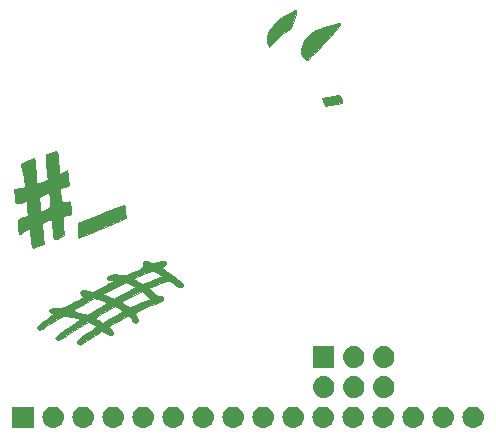
<source format=gts>
G04 #@! TF.GenerationSoftware,KiCad,Pcbnew,(5.1.2)-1*
G04 #@! TF.CreationDate,2019-07-09T23:17:51-04:00*
G04 #@! TF.ProjectId,SPIvSPI_SAO_White,53504976-5350-4495-9f53-414f5f576869,0*
G04 #@! TF.SameCoordinates,PX90f5600PY584f6c0*
G04 #@! TF.FileFunction,Soldermask,Top*
G04 #@! TF.FilePolarity,Negative*
%FSLAX46Y46*%
G04 Gerber Fmt 4.6, Leading zero omitted, Abs format (unit mm)*
G04 Created by KiCad (PCBNEW (5.1.2)-1) date 2019-07-09 23:17:51*
%MOMM*%
%LPD*%
G04 APERTURE LIST*
%ADD10C,0.100000*%
%ADD11C,0.010000*%
G04 APERTURE END LIST*
D10*
G36*
X7920000Y9980000D02*
G01*
X7990000Y9710000D01*
X7980000Y9450000D01*
X6500000Y9200000D01*
X6300000Y9850000D01*
X7750000Y10100000D01*
X7920000Y9980000D01*
G37*
X7920000Y9980000D02*
X7990000Y9710000D01*
X7980000Y9450000D01*
X6500000Y9200000D01*
X6300000Y9850000D01*
X7750000Y10100000D01*
X7920000Y9980000D01*
D11*
G36*
X4115094Y17306295D02*
G01*
X4110309Y17209881D01*
X4056232Y16991230D01*
X3962756Y16686762D01*
X3884450Y16456967D01*
X3748867Y16086156D01*
X3643654Y15843534D01*
X3548284Y15695788D01*
X3442229Y15609606D01*
X3332613Y15561407D01*
X3159539Y15458827D01*
X2913173Y15262145D01*
X2632481Y15004033D01*
X2461875Y14831248D01*
X2208674Y14568482D01*
X2000024Y14359059D01*
X1862117Y14228848D01*
X1821388Y14198667D01*
X1755308Y14263335D01*
X1694146Y14362434D01*
X1604695Y14701111D01*
X1650784Y15098451D01*
X1821520Y15528080D01*
X2106012Y15963623D01*
X2493369Y16378702D01*
X2546226Y16425865D01*
X2795901Y16622375D01*
X3095083Y16825682D01*
X3408913Y17016222D01*
X3702530Y17174433D01*
X3941074Y17280752D01*
X4089686Y17315615D01*
X4115094Y17306295D01*
X4115094Y17306295D01*
G37*
X4115094Y17306295D02*
X4110309Y17209881D01*
X4056232Y16991230D01*
X3962756Y16686762D01*
X3884450Y16456967D01*
X3748867Y16086156D01*
X3643654Y15843534D01*
X3548284Y15695788D01*
X3442229Y15609606D01*
X3332613Y15561407D01*
X3159539Y15458827D01*
X2913173Y15262145D01*
X2632481Y15004033D01*
X2461875Y14831248D01*
X2208674Y14568482D01*
X2000024Y14359059D01*
X1862117Y14228848D01*
X1821388Y14198667D01*
X1755308Y14263335D01*
X1694146Y14362434D01*
X1604695Y14701111D01*
X1650784Y15098451D01*
X1821520Y15528080D01*
X2106012Y15963623D01*
X2493369Y16378702D01*
X2546226Y16425865D01*
X2795901Y16622375D01*
X3095083Y16825682D01*
X3408913Y17016222D01*
X3702530Y17174433D01*
X3941074Y17280752D01*
X4089686Y17315615D01*
X4115094Y17306295D01*
G36*
X7790763Y16142497D02*
G01*
X7699966Y15973658D01*
X7523600Y15725015D01*
X7279268Y15416011D01*
X6984574Y15066090D01*
X6657120Y14694693D01*
X6314510Y14321265D01*
X5974347Y13965247D01*
X5654234Y13646084D01*
X5371774Y13383217D01*
X5144570Y13196089D01*
X4990226Y13104145D01*
X4958965Y13098000D01*
X4825867Y13159678D01*
X4670071Y13309318D01*
X4660645Y13321085D01*
X4504314Y13650199D01*
X4494952Y14034564D01*
X4630858Y14448375D01*
X4748405Y14651720D01*
X5041833Y15037956D01*
X5370422Y15343191D01*
X5770562Y15591517D01*
X6278645Y15807024D01*
X6705813Y15947555D01*
X7090765Y16059433D01*
X7423160Y16146783D01*
X7665847Y16200441D01*
X7778389Y16212090D01*
X7790763Y16142497D01*
X7790763Y16142497D01*
G37*
X7790763Y16142497D02*
X7699966Y15973658D01*
X7523600Y15725015D01*
X7279268Y15416011D01*
X6984574Y15066090D01*
X6657120Y14694693D01*
X6314510Y14321265D01*
X5974347Y13965247D01*
X5654234Y13646084D01*
X5371774Y13383217D01*
X5144570Y13196089D01*
X4990226Y13104145D01*
X4958965Y13098000D01*
X4825867Y13159678D01*
X4670071Y13309318D01*
X4660645Y13321085D01*
X4504314Y13650199D01*
X4494952Y14034564D01*
X4630858Y14448375D01*
X4748405Y14651720D01*
X5041833Y15037956D01*
X5370422Y15343191D01*
X5770562Y15591517D01*
X6278645Y15807024D01*
X6705813Y15947555D01*
X7090765Y16059433D01*
X7423160Y16146783D01*
X7665847Y16200441D01*
X7778389Y16212090D01*
X7790763Y16142497D01*
G36*
X-10439422Y716558D02*
G01*
X-10406950Y501538D01*
X-10374475Y227623D01*
X-10316083Y-323754D01*
X-12249958Y-1115701D01*
X-12789049Y-1336396D01*
X-13278892Y-1536798D01*
X-13696807Y-1707639D01*
X-14020115Y-1839650D01*
X-14226135Y-1923564D01*
X-14289666Y-1949216D01*
X-14346598Y-1925569D01*
X-14380214Y-1785212D01*
X-14394397Y-1506366D01*
X-14395500Y-1355618D01*
X-14395500Y-720452D01*
X-12444440Y60826D01*
X-11907710Y274069D01*
X-11425035Y462617D01*
X-11017919Y618332D01*
X-10707865Y733076D01*
X-10516377Y798714D01*
X-10463124Y810552D01*
X-10439422Y716558D01*
X-10439422Y716558D01*
G37*
X-10439422Y716558D02*
X-10406950Y501538D01*
X-10374475Y227623D01*
X-10316083Y-323754D01*
X-12249958Y-1115701D01*
X-12789049Y-1336396D01*
X-13278892Y-1536798D01*
X-13696807Y-1707639D01*
X-14020115Y-1839650D01*
X-14226135Y-1923564D01*
X-14289666Y-1949216D01*
X-14346598Y-1925569D01*
X-14380214Y-1785212D01*
X-14394397Y-1506366D01*
X-14395500Y-1355618D01*
X-14395500Y-720452D01*
X-12444440Y60826D01*
X-11907710Y274069D01*
X-11425035Y462617D01*
X-11017919Y618332D01*
X-10707865Y733076D01*
X-10516377Y798714D01*
X-10463124Y810552D01*
X-10439422Y716558D01*
G36*
X-16149668Y5312061D02*
G01*
X-16103715Y5077929D01*
X-16063632Y4680553D01*
X-16043049Y4377333D01*
X-16016764Y3985338D01*
X-15989687Y3663579D01*
X-15964961Y3444713D01*
X-15945728Y3361398D01*
X-15945305Y3361333D01*
X-15861551Y3407965D01*
X-15694583Y3525294D01*
X-15615213Y3584807D01*
X-15431245Y3713394D01*
X-15310790Y3775702D01*
X-15290681Y3775307D01*
X-15268369Y3681160D01*
X-15238013Y3462033D01*
X-15205513Y3161703D01*
X-15199631Y3099603D01*
X-15140123Y2456872D01*
X-15520624Y2350338D01*
X-15901125Y2243805D01*
X-15863630Y1892402D01*
X-15819239Y1490349D01*
X-15780442Y1229215D01*
X-15734626Y1081570D01*
X-15669176Y1019981D01*
X-15571478Y1017017D01*
X-15470103Y1036627D01*
X-15257837Y1080041D01*
X-15119930Y1105494D01*
X-15118001Y1105779D01*
X-15071315Y1036444D01*
X-15022365Y851756D01*
X-14979123Y605385D01*
X-14949561Y351001D01*
X-14941651Y142276D01*
X-14959420Y38167D01*
X-15063862Y-9424D01*
X-15225997Y-26630D01*
X-15426534Y-39836D01*
X-15555111Y-95980D01*
X-15623834Y-223954D01*
X-15644808Y-452652D01*
X-15630140Y-810965D01*
X-15619336Y-965385D01*
X-15561129Y-1761000D01*
X-15962219Y-1955373D01*
X-16192957Y-2058179D01*
X-16354091Y-2113130D01*
X-16398446Y-2114609D01*
X-16422140Y-2020508D01*
X-16456787Y-1796830D01*
X-16496731Y-1482516D01*
X-16518897Y-1285236D01*
X-16557700Y-934443D01*
X-16591314Y-649547D01*
X-16614871Y-470927D01*
X-16621688Y-432899D01*
X-16701267Y-430840D01*
X-16887065Y-487711D01*
X-17047431Y-552165D01*
X-17455695Y-729533D01*
X-17409127Y-1118266D01*
X-17371811Y-1436636D01*
X-17329126Y-1810453D01*
X-17308578Y-1994065D01*
X-17254597Y-2481131D01*
X-17544237Y-2602150D01*
X-17806150Y-2701332D01*
X-18043869Y-2775831D01*
X-18053395Y-2778264D01*
X-18197891Y-2798491D01*
X-18271469Y-2735675D01*
X-18313508Y-2549954D01*
X-18319554Y-2508846D01*
X-18355982Y-2233506D01*
X-18397444Y-1889130D01*
X-18418940Y-1697500D01*
X-18451244Y-1436408D01*
X-18480792Y-1259714D01*
X-18497261Y-1210667D01*
X-18578978Y-1248382D01*
X-18761737Y-1345338D01*
X-18918911Y-1432036D01*
X-19143813Y-1549708D01*
X-19300501Y-1616636D01*
X-19344525Y-1622536D01*
X-19381140Y-1515952D01*
X-19421619Y-1300437D01*
X-19459334Y-1030546D01*
X-19487659Y-760830D01*
X-19499968Y-545844D01*
X-19489634Y-440142D01*
X-19488331Y-438633D01*
X-19382509Y-380899D01*
X-19173806Y-291742D01*
X-19031461Y-236807D01*
X-18629756Y-87347D01*
X-18683383Y515160D01*
X-18711922Y813469D01*
X-18736949Y1035833D01*
X-18753423Y1137896D01*
X-18754335Y1139691D01*
X-18836005Y1125664D01*
X-19025764Y1065632D01*
X-19169886Y1014123D01*
X-19455548Y932866D01*
X-19626075Y961789D01*
X-19708084Y1118443D01*
X-19728203Y1382250D01*
X-19729576Y1403284D01*
X-17684376Y1403284D01*
X-17664001Y1246266D01*
X-17630703Y954973D01*
X-17614133Y634344D01*
X-17613765Y595784D01*
X-17612833Y243234D01*
X-17189500Y422088D01*
X-16766166Y600941D01*
X-16766166Y1219137D01*
X-16774144Y1518259D01*
X-16795206Y1737899D01*
X-16825042Y1836087D01*
X-16829666Y1837752D01*
X-16939924Y1811472D01*
X-17152021Y1743839D01*
X-17303236Y1691185D01*
X-17542675Y1598990D01*
X-17657789Y1517738D01*
X-17684376Y1403284D01*
X-19729576Y1403284D01*
X-19747183Y1672814D01*
X-19780970Y1904183D01*
X-19803284Y2050684D01*
X-19770973Y2133333D01*
X-19647652Y2179346D01*
X-19396938Y2215939D01*
X-19357636Y2220855D01*
X-19076572Y2267362D01*
X-18930074Y2327169D01*
X-18883385Y2415614D01*
X-18882833Y2430403D01*
X-18897544Y2572457D01*
X-18936449Y2834711D01*
X-18991711Y3171092D01*
X-19055492Y3535523D01*
X-19119952Y3881931D01*
X-19177253Y4164239D01*
X-19179725Y4175550D01*
X-19177632Y4289609D01*
X-19090522Y4382635D01*
X-18885473Y4483282D01*
X-18775781Y4527158D01*
X-18503297Y4633479D01*
X-18280409Y4721064D01*
X-18192674Y4755966D01*
X-18127070Y4763079D01*
X-18080930Y4703454D01*
X-18047380Y4549602D01*
X-18019549Y4274035D01*
X-17998948Y3981025D01*
X-17971038Y3589372D01*
X-17941127Y3232123D01*
X-17913900Y2962952D01*
X-17902584Y2877059D01*
X-17860120Y2604450D01*
X-17418977Y2778314D01*
X-17174833Y2876432D01*
X-17006501Y2947668D01*
X-16958642Y2971335D01*
X-16958446Y3058134D01*
X-16974483Y3273123D01*
X-17003558Y3576278D01*
X-17017230Y3705080D01*
X-17073232Y4213415D01*
X-17109780Y4579411D01*
X-17121786Y4829452D01*
X-17104164Y4989923D01*
X-17051828Y5087207D01*
X-16959691Y5147689D01*
X-16822666Y5197752D01*
X-16722930Y5231599D01*
X-16465094Y5317292D01*
X-16267084Y5374125D01*
X-16202094Y5386772D01*
X-16149668Y5312061D01*
X-16149668Y5312061D01*
G37*
X-16149668Y5312061D02*
X-16103715Y5077929D01*
X-16063632Y4680553D01*
X-16043049Y4377333D01*
X-16016764Y3985338D01*
X-15989687Y3663579D01*
X-15964961Y3444713D01*
X-15945728Y3361398D01*
X-15945305Y3361333D01*
X-15861551Y3407965D01*
X-15694583Y3525294D01*
X-15615213Y3584807D01*
X-15431245Y3713394D01*
X-15310790Y3775702D01*
X-15290681Y3775307D01*
X-15268369Y3681160D01*
X-15238013Y3462033D01*
X-15205513Y3161703D01*
X-15199631Y3099603D01*
X-15140123Y2456872D01*
X-15520624Y2350338D01*
X-15901125Y2243805D01*
X-15863630Y1892402D01*
X-15819239Y1490349D01*
X-15780442Y1229215D01*
X-15734626Y1081570D01*
X-15669176Y1019981D01*
X-15571478Y1017017D01*
X-15470103Y1036627D01*
X-15257837Y1080041D01*
X-15119930Y1105494D01*
X-15118001Y1105779D01*
X-15071315Y1036444D01*
X-15022365Y851756D01*
X-14979123Y605385D01*
X-14949561Y351001D01*
X-14941651Y142276D01*
X-14959420Y38167D01*
X-15063862Y-9424D01*
X-15225997Y-26630D01*
X-15426534Y-39836D01*
X-15555111Y-95980D01*
X-15623834Y-223954D01*
X-15644808Y-452652D01*
X-15630140Y-810965D01*
X-15619336Y-965385D01*
X-15561129Y-1761000D01*
X-15962219Y-1955373D01*
X-16192957Y-2058179D01*
X-16354091Y-2113130D01*
X-16398446Y-2114609D01*
X-16422140Y-2020508D01*
X-16456787Y-1796830D01*
X-16496731Y-1482516D01*
X-16518897Y-1285236D01*
X-16557700Y-934443D01*
X-16591314Y-649547D01*
X-16614871Y-470927D01*
X-16621688Y-432899D01*
X-16701267Y-430840D01*
X-16887065Y-487711D01*
X-17047431Y-552165D01*
X-17455695Y-729533D01*
X-17409127Y-1118266D01*
X-17371811Y-1436636D01*
X-17329126Y-1810453D01*
X-17308578Y-1994065D01*
X-17254597Y-2481131D01*
X-17544237Y-2602150D01*
X-17806150Y-2701332D01*
X-18043869Y-2775831D01*
X-18053395Y-2778264D01*
X-18197891Y-2798491D01*
X-18271469Y-2735675D01*
X-18313508Y-2549954D01*
X-18319554Y-2508846D01*
X-18355982Y-2233506D01*
X-18397444Y-1889130D01*
X-18418940Y-1697500D01*
X-18451244Y-1436408D01*
X-18480792Y-1259714D01*
X-18497261Y-1210667D01*
X-18578978Y-1248382D01*
X-18761737Y-1345338D01*
X-18918911Y-1432036D01*
X-19143813Y-1549708D01*
X-19300501Y-1616636D01*
X-19344525Y-1622536D01*
X-19381140Y-1515952D01*
X-19421619Y-1300437D01*
X-19459334Y-1030546D01*
X-19487659Y-760830D01*
X-19499968Y-545844D01*
X-19489634Y-440142D01*
X-19488331Y-438633D01*
X-19382509Y-380899D01*
X-19173806Y-291742D01*
X-19031461Y-236807D01*
X-18629756Y-87347D01*
X-18683383Y515160D01*
X-18711922Y813469D01*
X-18736949Y1035833D01*
X-18753423Y1137896D01*
X-18754335Y1139691D01*
X-18836005Y1125664D01*
X-19025764Y1065632D01*
X-19169886Y1014123D01*
X-19455548Y932866D01*
X-19626075Y961789D01*
X-19708084Y1118443D01*
X-19728203Y1382250D01*
X-19729576Y1403284D01*
X-17684376Y1403284D01*
X-17664001Y1246266D01*
X-17630703Y954973D01*
X-17614133Y634344D01*
X-17613765Y595784D01*
X-17612833Y243234D01*
X-17189500Y422088D01*
X-16766166Y600941D01*
X-16766166Y1219137D01*
X-16774144Y1518259D01*
X-16795206Y1737899D01*
X-16825042Y1836087D01*
X-16829666Y1837752D01*
X-16939924Y1811472D01*
X-17152021Y1743839D01*
X-17303236Y1691185D01*
X-17542675Y1598990D01*
X-17657789Y1517738D01*
X-17684376Y1403284D01*
X-19729576Y1403284D01*
X-19747183Y1672814D01*
X-19780970Y1904183D01*
X-19803284Y2050684D01*
X-19770973Y2133333D01*
X-19647652Y2179346D01*
X-19396938Y2215939D01*
X-19357636Y2220855D01*
X-19076572Y2267362D01*
X-18930074Y2327169D01*
X-18883385Y2415614D01*
X-18882833Y2430403D01*
X-18897544Y2572457D01*
X-18936449Y2834711D01*
X-18991711Y3171092D01*
X-19055492Y3535523D01*
X-19119952Y3881931D01*
X-19177253Y4164239D01*
X-19179725Y4175550D01*
X-19177632Y4289609D01*
X-19090522Y4382635D01*
X-18885473Y4483282D01*
X-18775781Y4527158D01*
X-18503297Y4633479D01*
X-18280409Y4721064D01*
X-18192674Y4755966D01*
X-18127070Y4763079D01*
X-18080930Y4703454D01*
X-18047380Y4549602D01*
X-18019549Y4274035D01*
X-17998948Y3981025D01*
X-17971038Y3589372D01*
X-17941127Y3232123D01*
X-17913900Y2962952D01*
X-17902584Y2877059D01*
X-17860120Y2604450D01*
X-17418977Y2778314D01*
X-17174833Y2876432D01*
X-17006501Y2947668D01*
X-16958642Y2971335D01*
X-16958446Y3058134D01*
X-16974483Y3273123D01*
X-17003558Y3576278D01*
X-17017230Y3705080D01*
X-17073232Y4213415D01*
X-17109780Y4579411D01*
X-17121786Y4829452D01*
X-17104164Y4989923D01*
X-17051828Y5087207D01*
X-16959691Y5147689D01*
X-16822666Y5197752D01*
X-16722930Y5231599D01*
X-16465094Y5317292D01*
X-16267084Y5374125D01*
X-16202094Y5386772D01*
X-16149668Y5312061D01*
G36*
X-8484410Y-3971358D02*
G01*
X-8329424Y-4025032D01*
X-8115150Y-4094302D01*
X-7922639Y-4100950D01*
X-7670400Y-4045146D01*
X-7605780Y-4026555D01*
X-7341336Y-3965296D01*
X-7130385Y-3944880D01*
X-7061921Y-3954421D01*
X-6959790Y-4062239D01*
X-6968142Y-4219371D01*
X-7069518Y-4364206D01*
X-7196029Y-4427684D01*
X-7292881Y-4460269D01*
X-7300953Y-4508827D01*
X-7202719Y-4594780D01*
X-6980658Y-4739552D01*
X-6899695Y-4789955D01*
X-6415696Y-5114998D01*
X-5956480Y-5467954D01*
X-5615107Y-5771776D01*
X-5527601Y-5934041D01*
X-5523410Y-6024804D01*
X-5611877Y-6162333D01*
X-5789432Y-6167399D01*
X-6042448Y-6042159D01*
X-6212187Y-5915772D01*
X-6441684Y-5748020D01*
X-6639454Y-5638199D01*
X-6727836Y-5613333D01*
X-6865888Y-5643235D01*
X-7119095Y-5723734D01*
X-7446006Y-5841024D01*
X-7670419Y-5927306D01*
X-8466439Y-6241278D01*
X-8065469Y-6598382D01*
X-7784301Y-6820779D01*
X-7579810Y-6914414D01*
X-7488884Y-6913967D01*
X-7288419Y-6940373D01*
X-7199824Y-7009140D01*
X-7142096Y-7128081D01*
X-7191964Y-7238472D01*
X-7366034Y-7353800D01*
X-7680910Y-7487552D01*
X-7876166Y-7558471D01*
X-8489572Y-7786024D01*
X-8967813Y-7988600D01*
X-9303357Y-8162349D01*
X-9488673Y-8303420D01*
X-9520770Y-8399299D01*
X-9395228Y-8704739D01*
X-9331178Y-8891966D01*
X-9322211Y-8997890D01*
X-9361919Y-9059422D01*
X-9401333Y-9087179D01*
X-9540075Y-9154515D01*
X-9647877Y-9127537D01*
X-9770495Y-8984211D01*
X-9843888Y-8874048D01*
X-9980879Y-8689592D01*
X-10091825Y-8585898D01*
X-10115442Y-8577715D01*
X-10209508Y-8615925D01*
X-10412283Y-8717353D01*
X-10685491Y-8861136D01*
X-10990857Y-9026414D01*
X-11290105Y-9192326D01*
X-11544958Y-9338009D01*
X-11717141Y-9442604D01*
X-11764111Y-9476281D01*
X-11737418Y-9552257D01*
X-11624846Y-9694548D01*
X-11608282Y-9712447D01*
X-11483451Y-9898471D01*
X-11445716Y-10067090D01*
X-11446535Y-10071947D01*
X-11538960Y-10215684D01*
X-11709489Y-10243490D01*
X-11913541Y-10156147D01*
X-12021525Y-10061854D01*
X-12181974Y-9916669D01*
X-12305503Y-9847719D01*
X-12314758Y-9846819D01*
X-12416416Y-9891555D01*
X-12628002Y-10013556D01*
X-12919533Y-10194697D01*
X-13261030Y-10416853D01*
X-13294833Y-10439333D01*
X-13634351Y-10662965D01*
X-13921006Y-10846878D01*
X-14126700Y-10973398D01*
X-14223338Y-11024853D01*
X-14226166Y-11025163D01*
X-14334043Y-10991495D01*
X-14374333Y-10975927D01*
X-14463192Y-10865884D01*
X-14480166Y-10771412D01*
X-14415140Y-10648234D01*
X-14215666Y-10463094D01*
X-13875155Y-10210348D01*
X-13631086Y-10044282D01*
X-13309687Y-9822083D01*
X-13055258Y-9630304D01*
X-12892699Y-9488899D01*
X-12846910Y-9417823D01*
X-12847920Y-9416667D01*
X-12963552Y-9346573D01*
X-13168173Y-9250439D01*
X-13227427Y-9225473D01*
X-13541021Y-9096571D01*
X-14789886Y-9904778D01*
X-15271246Y-10211627D01*
X-15631482Y-10429390D01*
X-15887558Y-10566988D01*
X-16056438Y-10633345D01*
X-16155086Y-10637381D01*
X-16169625Y-10630432D01*
X-16282229Y-10501464D01*
X-16300500Y-10430106D01*
X-16233604Y-10344148D01*
X-16049189Y-10184986D01*
X-15771667Y-9971774D01*
X-15425448Y-9723665D01*
X-15225526Y-9586647D01*
X-14150551Y-8860960D01*
X-14529432Y-8763118D01*
X-12879429Y-8763118D01*
X-12849008Y-8829914D01*
X-12748385Y-8900319D01*
X-12642067Y-8962875D01*
X-12442888Y-9079874D01*
X-12316622Y-9151704D01*
X-12297562Y-9161352D01*
X-12219373Y-9125037D01*
X-12024612Y-9020353D01*
X-11743273Y-8863742D01*
X-11429729Y-8685623D01*
X-11096350Y-8490438D01*
X-10825074Y-8323673D01*
X-10645166Y-8203862D01*
X-10585500Y-8150880D01*
X-10652504Y-8082849D01*
X-10822116Y-7969251D01*
X-10924394Y-7909378D01*
X-11263289Y-7718909D01*
X-12003894Y-8161219D01*
X-12401880Y-8398982D01*
X-12670624Y-8566193D01*
X-12824887Y-8681391D01*
X-12879429Y-8763118D01*
X-14529432Y-8763118D01*
X-14717526Y-8714545D01*
X-15030569Y-8638291D01*
X-15297219Y-8581428D01*
X-15453833Y-8556973D01*
X-15592183Y-8596341D01*
X-15832625Y-8709659D01*
X-16137702Y-8874966D01*
X-16469953Y-9070300D01*
X-16791922Y-9273699D01*
X-17066149Y-9463199D01*
X-17244714Y-9606981D01*
X-17444274Y-9725889D01*
X-17641292Y-9745482D01*
X-17784061Y-9670811D01*
X-17824500Y-9550333D01*
X-17761866Y-9417521D01*
X-17567775Y-9229977D01*
X-17232942Y-8979124D01*
X-17128068Y-8906815D01*
X-16813294Y-8690616D01*
X-16621223Y-8548221D01*
X-16534234Y-8458655D01*
X-16534708Y-8400938D01*
X-16605024Y-8354093D01*
X-16647263Y-8334383D01*
X-16810191Y-8205843D01*
X-16828482Y-8113752D01*
X-14776500Y-8113752D01*
X-14702712Y-8164990D01*
X-14514355Y-8241914D01*
X-14260940Y-8328356D01*
X-13991977Y-8408147D01*
X-13756974Y-8465119D01*
X-13648924Y-8481991D01*
X-13534883Y-8444046D01*
X-13312025Y-8333544D01*
X-13014635Y-8168463D01*
X-12739515Y-8005167D01*
X-12418426Y-7805020D01*
X-12158952Y-7635250D01*
X-11990523Y-7515644D01*
X-11940924Y-7468238D01*
X-12014841Y-7420102D01*
X-12015830Y-7419710D01*
X-10743963Y-7419710D01*
X-10389565Y-7652938D01*
X-10186444Y-7787310D01*
X-10056254Y-7874775D01*
X-10031057Y-7892749D01*
X-9957459Y-7863555D01*
X-9762581Y-7779625D01*
X-9479699Y-7655407D01*
X-9269057Y-7561977D01*
X-8932796Y-7417064D01*
X-8647839Y-7303034D01*
X-8453833Y-7235306D01*
X-8398278Y-7223310D01*
X-8313568Y-7178676D01*
X-8366094Y-7055795D01*
X-8549260Y-6865781D01*
X-8672454Y-6761409D01*
X-8992273Y-6502558D01*
X-10743963Y-7419710D01*
X-12015830Y-7419710D01*
X-12208802Y-7343230D01*
X-12463992Y-7259542D01*
X-12987817Y-7100940D01*
X-13882159Y-7573530D01*
X-14229233Y-7762262D01*
X-14513512Y-7926997D01*
X-14705699Y-8050038D01*
X-14776499Y-8113689D01*
X-14776500Y-8113752D01*
X-16828482Y-8113752D01*
X-16833419Y-8088901D01*
X-16791112Y-8010137D01*
X-16679464Y-7965067D01*
X-16462264Y-7945179D01*
X-16207190Y-7941667D01*
X-15948103Y-7937386D01*
X-15739621Y-7915215D01*
X-15540165Y-7861162D01*
X-15308157Y-7761233D01*
X-15002021Y-7601437D01*
X-14699344Y-7434208D01*
X-14320949Y-7219730D01*
X-14076524Y-7070016D01*
X-13949534Y-6972231D01*
X-13923444Y-6913538D01*
X-13981717Y-6881102D01*
X-13985599Y-6880162D01*
X-14152595Y-6777704D01*
X-14163958Y-6750531D01*
X-12363158Y-6750531D01*
X-11876496Y-6934139D01*
X-11612608Y-7032380D01*
X-11416998Y-7102752D01*
X-11340760Y-7127540D01*
X-11251085Y-7094308D01*
X-11042475Y-6996548D01*
X-10745559Y-6849132D01*
X-10390965Y-6666937D01*
X-10372678Y-6657394D01*
X-9453669Y-6177454D01*
X-10333205Y-5746810D01*
X-11348182Y-6248670D01*
X-12363158Y-6750531D01*
X-14163958Y-6750531D01*
X-14221688Y-6612484D01*
X-14166208Y-6451094D01*
X-14160029Y-6444663D01*
X-14017563Y-6408624D01*
X-13732894Y-6432220D01*
X-13580589Y-6458700D01*
X-13083166Y-6554754D01*
X-12109500Y-6039218D01*
X-11715942Y-5829835D01*
X-11457835Y-5687276D01*
X-11320751Y-5599567D01*
X-11290259Y-5554731D01*
X-11351930Y-5540793D01*
X-11491335Y-5545777D01*
X-11516833Y-5547340D01*
X-11751309Y-5554019D01*
X-11862658Y-5520958D01*
X-11890928Y-5441132D01*
X-9654166Y-5441132D01*
X-9588117Y-5508080D01*
X-9419743Y-5626351D01*
X-9297438Y-5702772D01*
X-8940710Y-5917300D01*
X-8195409Y-5595983D01*
X-7865134Y-5457142D01*
X-7590982Y-5348477D01*
X-7411532Y-5284949D01*
X-7366804Y-5274667D01*
X-7285610Y-5221025D01*
X-7283500Y-5205590D01*
X-7352010Y-5124265D01*
X-7520397Y-5007856D01*
X-7732944Y-4888099D01*
X-7933934Y-4796729D01*
X-8057028Y-4765006D01*
X-8180343Y-4794923D01*
X-8405559Y-4874924D01*
X-8692124Y-4987843D01*
X-8999489Y-5116513D01*
X-9287103Y-5243767D01*
X-9514417Y-5352440D01*
X-9640880Y-5425365D01*
X-9654166Y-5441132D01*
X-11890928Y-5441132D01*
X-11896121Y-5426471D01*
X-11897833Y-5364715D01*
X-11823242Y-5186228D01*
X-11609940Y-5081252D01*
X-11273640Y-5053816D01*
X-10867928Y-5100738D01*
X-10646701Y-5136830D01*
X-10467935Y-5143446D01*
X-10285965Y-5111003D01*
X-10055128Y-5029916D01*
X-9729758Y-4890600D01*
X-9607086Y-4836107D01*
X-9251611Y-4675339D01*
X-9025190Y-4561029D01*
X-8901527Y-4472260D01*
X-8854325Y-4388110D01*
X-8857289Y-4287659D01*
X-8865101Y-4245827D01*
X-8857730Y-4036351D01*
X-8730032Y-3944531D01*
X-8484410Y-3971358D01*
X-8484410Y-3971358D01*
G37*
X-8484410Y-3971358D02*
X-8329424Y-4025032D01*
X-8115150Y-4094302D01*
X-7922639Y-4100950D01*
X-7670400Y-4045146D01*
X-7605780Y-4026555D01*
X-7341336Y-3965296D01*
X-7130385Y-3944880D01*
X-7061921Y-3954421D01*
X-6959790Y-4062239D01*
X-6968142Y-4219371D01*
X-7069518Y-4364206D01*
X-7196029Y-4427684D01*
X-7292881Y-4460269D01*
X-7300953Y-4508827D01*
X-7202719Y-4594780D01*
X-6980658Y-4739552D01*
X-6899695Y-4789955D01*
X-6415696Y-5114998D01*
X-5956480Y-5467954D01*
X-5615107Y-5771776D01*
X-5527601Y-5934041D01*
X-5523410Y-6024804D01*
X-5611877Y-6162333D01*
X-5789432Y-6167399D01*
X-6042448Y-6042159D01*
X-6212187Y-5915772D01*
X-6441684Y-5748020D01*
X-6639454Y-5638199D01*
X-6727836Y-5613333D01*
X-6865888Y-5643235D01*
X-7119095Y-5723734D01*
X-7446006Y-5841024D01*
X-7670419Y-5927306D01*
X-8466439Y-6241278D01*
X-8065469Y-6598382D01*
X-7784301Y-6820779D01*
X-7579810Y-6914414D01*
X-7488884Y-6913967D01*
X-7288419Y-6940373D01*
X-7199824Y-7009140D01*
X-7142096Y-7128081D01*
X-7191964Y-7238472D01*
X-7366034Y-7353800D01*
X-7680910Y-7487552D01*
X-7876166Y-7558471D01*
X-8489572Y-7786024D01*
X-8967813Y-7988600D01*
X-9303357Y-8162349D01*
X-9488673Y-8303420D01*
X-9520770Y-8399299D01*
X-9395228Y-8704739D01*
X-9331178Y-8891966D01*
X-9322211Y-8997890D01*
X-9361919Y-9059422D01*
X-9401333Y-9087179D01*
X-9540075Y-9154515D01*
X-9647877Y-9127537D01*
X-9770495Y-8984211D01*
X-9843888Y-8874048D01*
X-9980879Y-8689592D01*
X-10091825Y-8585898D01*
X-10115442Y-8577715D01*
X-10209508Y-8615925D01*
X-10412283Y-8717353D01*
X-10685491Y-8861136D01*
X-10990857Y-9026414D01*
X-11290105Y-9192326D01*
X-11544958Y-9338009D01*
X-11717141Y-9442604D01*
X-11764111Y-9476281D01*
X-11737418Y-9552257D01*
X-11624846Y-9694548D01*
X-11608282Y-9712447D01*
X-11483451Y-9898471D01*
X-11445716Y-10067090D01*
X-11446535Y-10071947D01*
X-11538960Y-10215684D01*
X-11709489Y-10243490D01*
X-11913541Y-10156147D01*
X-12021525Y-10061854D01*
X-12181974Y-9916669D01*
X-12305503Y-9847719D01*
X-12314758Y-9846819D01*
X-12416416Y-9891555D01*
X-12628002Y-10013556D01*
X-12919533Y-10194697D01*
X-13261030Y-10416853D01*
X-13294833Y-10439333D01*
X-13634351Y-10662965D01*
X-13921006Y-10846878D01*
X-14126700Y-10973398D01*
X-14223338Y-11024853D01*
X-14226166Y-11025163D01*
X-14334043Y-10991495D01*
X-14374333Y-10975927D01*
X-14463192Y-10865884D01*
X-14480166Y-10771412D01*
X-14415140Y-10648234D01*
X-14215666Y-10463094D01*
X-13875155Y-10210348D01*
X-13631086Y-10044282D01*
X-13309687Y-9822083D01*
X-13055258Y-9630304D01*
X-12892699Y-9488899D01*
X-12846910Y-9417823D01*
X-12847920Y-9416667D01*
X-12963552Y-9346573D01*
X-13168173Y-9250439D01*
X-13227427Y-9225473D01*
X-13541021Y-9096571D01*
X-14789886Y-9904778D01*
X-15271246Y-10211627D01*
X-15631482Y-10429390D01*
X-15887558Y-10566988D01*
X-16056438Y-10633345D01*
X-16155086Y-10637381D01*
X-16169625Y-10630432D01*
X-16282229Y-10501464D01*
X-16300500Y-10430106D01*
X-16233604Y-10344148D01*
X-16049189Y-10184986D01*
X-15771667Y-9971774D01*
X-15425448Y-9723665D01*
X-15225526Y-9586647D01*
X-14150551Y-8860960D01*
X-14529432Y-8763118D01*
X-12879429Y-8763118D01*
X-12849008Y-8829914D01*
X-12748385Y-8900319D01*
X-12642067Y-8962875D01*
X-12442888Y-9079874D01*
X-12316622Y-9151704D01*
X-12297562Y-9161352D01*
X-12219373Y-9125037D01*
X-12024612Y-9020353D01*
X-11743273Y-8863742D01*
X-11429729Y-8685623D01*
X-11096350Y-8490438D01*
X-10825074Y-8323673D01*
X-10645166Y-8203862D01*
X-10585500Y-8150880D01*
X-10652504Y-8082849D01*
X-10822116Y-7969251D01*
X-10924394Y-7909378D01*
X-11263289Y-7718909D01*
X-12003894Y-8161219D01*
X-12401880Y-8398982D01*
X-12670624Y-8566193D01*
X-12824887Y-8681391D01*
X-12879429Y-8763118D01*
X-14529432Y-8763118D01*
X-14717526Y-8714545D01*
X-15030569Y-8638291D01*
X-15297219Y-8581428D01*
X-15453833Y-8556973D01*
X-15592183Y-8596341D01*
X-15832625Y-8709659D01*
X-16137702Y-8874966D01*
X-16469953Y-9070300D01*
X-16791922Y-9273699D01*
X-17066149Y-9463199D01*
X-17244714Y-9606981D01*
X-17444274Y-9725889D01*
X-17641292Y-9745482D01*
X-17784061Y-9670811D01*
X-17824500Y-9550333D01*
X-17761866Y-9417521D01*
X-17567775Y-9229977D01*
X-17232942Y-8979124D01*
X-17128068Y-8906815D01*
X-16813294Y-8690616D01*
X-16621223Y-8548221D01*
X-16534234Y-8458655D01*
X-16534708Y-8400938D01*
X-16605024Y-8354093D01*
X-16647263Y-8334383D01*
X-16810191Y-8205843D01*
X-16828482Y-8113752D01*
X-14776500Y-8113752D01*
X-14702712Y-8164990D01*
X-14514355Y-8241914D01*
X-14260940Y-8328356D01*
X-13991977Y-8408147D01*
X-13756974Y-8465119D01*
X-13648924Y-8481991D01*
X-13534883Y-8444046D01*
X-13312025Y-8333544D01*
X-13014635Y-8168463D01*
X-12739515Y-8005167D01*
X-12418426Y-7805020D01*
X-12158952Y-7635250D01*
X-11990523Y-7515644D01*
X-11940924Y-7468238D01*
X-12014841Y-7420102D01*
X-12015830Y-7419710D01*
X-10743963Y-7419710D01*
X-10389565Y-7652938D01*
X-10186444Y-7787310D01*
X-10056254Y-7874775D01*
X-10031057Y-7892749D01*
X-9957459Y-7863555D01*
X-9762581Y-7779625D01*
X-9479699Y-7655407D01*
X-9269057Y-7561977D01*
X-8932796Y-7417064D01*
X-8647839Y-7303034D01*
X-8453833Y-7235306D01*
X-8398278Y-7223310D01*
X-8313568Y-7178676D01*
X-8366094Y-7055795D01*
X-8549260Y-6865781D01*
X-8672454Y-6761409D01*
X-8992273Y-6502558D01*
X-10743963Y-7419710D01*
X-12015830Y-7419710D01*
X-12208802Y-7343230D01*
X-12463992Y-7259542D01*
X-12987817Y-7100940D01*
X-13882159Y-7573530D01*
X-14229233Y-7762262D01*
X-14513512Y-7926997D01*
X-14705699Y-8050038D01*
X-14776499Y-8113689D01*
X-14776500Y-8113752D01*
X-16828482Y-8113752D01*
X-16833419Y-8088901D01*
X-16791112Y-8010137D01*
X-16679464Y-7965067D01*
X-16462264Y-7945179D01*
X-16207190Y-7941667D01*
X-15948103Y-7937386D01*
X-15739621Y-7915215D01*
X-15540165Y-7861162D01*
X-15308157Y-7761233D01*
X-15002021Y-7601437D01*
X-14699344Y-7434208D01*
X-14320949Y-7219730D01*
X-14076524Y-7070016D01*
X-13949534Y-6972231D01*
X-13923444Y-6913538D01*
X-13981717Y-6881102D01*
X-13985599Y-6880162D01*
X-14152595Y-6777704D01*
X-14163958Y-6750531D01*
X-12363158Y-6750531D01*
X-11876496Y-6934139D01*
X-11612608Y-7032380D01*
X-11416998Y-7102752D01*
X-11340760Y-7127540D01*
X-11251085Y-7094308D01*
X-11042475Y-6996548D01*
X-10745559Y-6849132D01*
X-10390965Y-6666937D01*
X-10372678Y-6657394D01*
X-9453669Y-6177454D01*
X-10333205Y-5746810D01*
X-11348182Y-6248670D01*
X-12363158Y-6750531D01*
X-14163958Y-6750531D01*
X-14221688Y-6612484D01*
X-14166208Y-6451094D01*
X-14160029Y-6444663D01*
X-14017563Y-6408624D01*
X-13732894Y-6432220D01*
X-13580589Y-6458700D01*
X-13083166Y-6554754D01*
X-12109500Y-6039218D01*
X-11715942Y-5829835D01*
X-11457835Y-5687276D01*
X-11320751Y-5599567D01*
X-11290259Y-5554731D01*
X-11351930Y-5540793D01*
X-11491335Y-5545777D01*
X-11516833Y-5547340D01*
X-11751309Y-5554019D01*
X-11862658Y-5520958D01*
X-11890928Y-5441132D01*
X-9654166Y-5441132D01*
X-9588117Y-5508080D01*
X-9419743Y-5626351D01*
X-9297438Y-5702772D01*
X-8940710Y-5917300D01*
X-8195409Y-5595983D01*
X-7865134Y-5457142D01*
X-7590982Y-5348477D01*
X-7411532Y-5284949D01*
X-7366804Y-5274667D01*
X-7285610Y-5221025D01*
X-7283500Y-5205590D01*
X-7352010Y-5124265D01*
X-7520397Y-5007856D01*
X-7732944Y-4888099D01*
X-7933934Y-4796729D01*
X-8057028Y-4765006D01*
X-8180343Y-4794923D01*
X-8405559Y-4874924D01*
X-8692124Y-4987843D01*
X-8999489Y-5116513D01*
X-9287103Y-5243767D01*
X-9514417Y-5352440D01*
X-9640880Y-5425365D01*
X-9654166Y-5441132D01*
X-11890928Y-5441132D01*
X-11896121Y-5426471D01*
X-11897833Y-5364715D01*
X-11823242Y-5186228D01*
X-11609940Y-5081252D01*
X-11273640Y-5053816D01*
X-10867928Y-5100738D01*
X-10646701Y-5136830D01*
X-10467935Y-5143446D01*
X-10285965Y-5111003D01*
X-10055128Y-5029916D01*
X-9729758Y-4890600D01*
X-9607086Y-4836107D01*
X-9251611Y-4675339D01*
X-9025190Y-4561029D01*
X-8901527Y-4472260D01*
X-8854325Y-4388110D01*
X-8857289Y-4287659D01*
X-8865101Y-4245827D01*
X-8857730Y-4036351D01*
X-8730032Y-3944531D01*
X-8484410Y-3971358D01*
D10*
G36*
X19179443Y-16275519D02*
G01*
X19245627Y-16282037D01*
X19415466Y-16333557D01*
X19571991Y-16417222D01*
X19607729Y-16446552D01*
X19709186Y-16529814D01*
X19792448Y-16631271D01*
X19821778Y-16667009D01*
X19905443Y-16823534D01*
X19956963Y-16993373D01*
X19974359Y-17170000D01*
X19956963Y-17346627D01*
X19905443Y-17516466D01*
X19821778Y-17672991D01*
X19792448Y-17708729D01*
X19709186Y-17810186D01*
X19607729Y-17893448D01*
X19571991Y-17922778D01*
X19415466Y-18006443D01*
X19245627Y-18057963D01*
X19179443Y-18064481D01*
X19113260Y-18071000D01*
X19024740Y-18071000D01*
X18958557Y-18064481D01*
X18892373Y-18057963D01*
X18722534Y-18006443D01*
X18566009Y-17922778D01*
X18530271Y-17893448D01*
X18428814Y-17810186D01*
X18345552Y-17708729D01*
X18316222Y-17672991D01*
X18232557Y-17516466D01*
X18181037Y-17346627D01*
X18163641Y-17170000D01*
X18181037Y-16993373D01*
X18232557Y-16823534D01*
X18316222Y-16667009D01*
X18345552Y-16631271D01*
X18428814Y-16529814D01*
X18530271Y-16446552D01*
X18566009Y-16417222D01*
X18722534Y-16333557D01*
X18892373Y-16282037D01*
X18958557Y-16275519D01*
X19024740Y-16269000D01*
X19113260Y-16269000D01*
X19179443Y-16275519D01*
X19179443Y-16275519D01*
G37*
G36*
X-18130000Y-18071000D02*
G01*
X-19932000Y-18071000D01*
X-19932000Y-16269000D01*
X-18130000Y-16269000D01*
X-18130000Y-18071000D01*
X-18130000Y-18071000D01*
G37*
G36*
X-16380557Y-16275519D02*
G01*
X-16314373Y-16282037D01*
X-16144534Y-16333557D01*
X-15988009Y-16417222D01*
X-15952271Y-16446552D01*
X-15850814Y-16529814D01*
X-15767552Y-16631271D01*
X-15738222Y-16667009D01*
X-15654557Y-16823534D01*
X-15603037Y-16993373D01*
X-15585641Y-17170000D01*
X-15603037Y-17346627D01*
X-15654557Y-17516466D01*
X-15738222Y-17672991D01*
X-15767552Y-17708729D01*
X-15850814Y-17810186D01*
X-15952271Y-17893448D01*
X-15988009Y-17922778D01*
X-16144534Y-18006443D01*
X-16314373Y-18057963D01*
X-16380557Y-18064481D01*
X-16446740Y-18071000D01*
X-16535260Y-18071000D01*
X-16601443Y-18064481D01*
X-16667627Y-18057963D01*
X-16837466Y-18006443D01*
X-16993991Y-17922778D01*
X-17029729Y-17893448D01*
X-17131186Y-17810186D01*
X-17214448Y-17708729D01*
X-17243778Y-17672991D01*
X-17327443Y-17516466D01*
X-17378963Y-17346627D01*
X-17396359Y-17170000D01*
X-17378963Y-16993373D01*
X-17327443Y-16823534D01*
X-17243778Y-16667009D01*
X-17214448Y-16631271D01*
X-17131186Y-16529814D01*
X-17029729Y-16446552D01*
X-16993991Y-16417222D01*
X-16837466Y-16333557D01*
X-16667627Y-16282037D01*
X-16601443Y-16275519D01*
X-16535260Y-16269000D01*
X-16446740Y-16269000D01*
X-16380557Y-16275519D01*
X-16380557Y-16275519D01*
G37*
G36*
X-13840557Y-16275519D02*
G01*
X-13774373Y-16282037D01*
X-13604534Y-16333557D01*
X-13448009Y-16417222D01*
X-13412271Y-16446552D01*
X-13310814Y-16529814D01*
X-13227552Y-16631271D01*
X-13198222Y-16667009D01*
X-13114557Y-16823534D01*
X-13063037Y-16993373D01*
X-13045641Y-17170000D01*
X-13063037Y-17346627D01*
X-13114557Y-17516466D01*
X-13198222Y-17672991D01*
X-13227552Y-17708729D01*
X-13310814Y-17810186D01*
X-13412271Y-17893448D01*
X-13448009Y-17922778D01*
X-13604534Y-18006443D01*
X-13774373Y-18057963D01*
X-13840557Y-18064481D01*
X-13906740Y-18071000D01*
X-13995260Y-18071000D01*
X-14061443Y-18064481D01*
X-14127627Y-18057963D01*
X-14297466Y-18006443D01*
X-14453991Y-17922778D01*
X-14489729Y-17893448D01*
X-14591186Y-17810186D01*
X-14674448Y-17708729D01*
X-14703778Y-17672991D01*
X-14787443Y-17516466D01*
X-14838963Y-17346627D01*
X-14856359Y-17170000D01*
X-14838963Y-16993373D01*
X-14787443Y-16823534D01*
X-14703778Y-16667009D01*
X-14674448Y-16631271D01*
X-14591186Y-16529814D01*
X-14489729Y-16446552D01*
X-14453991Y-16417222D01*
X-14297466Y-16333557D01*
X-14127627Y-16282037D01*
X-14061443Y-16275519D01*
X-13995260Y-16269000D01*
X-13906740Y-16269000D01*
X-13840557Y-16275519D01*
X-13840557Y-16275519D01*
G37*
G36*
X-11300557Y-16275519D02*
G01*
X-11234373Y-16282037D01*
X-11064534Y-16333557D01*
X-10908009Y-16417222D01*
X-10872271Y-16446552D01*
X-10770814Y-16529814D01*
X-10687552Y-16631271D01*
X-10658222Y-16667009D01*
X-10574557Y-16823534D01*
X-10523037Y-16993373D01*
X-10505641Y-17170000D01*
X-10523037Y-17346627D01*
X-10574557Y-17516466D01*
X-10658222Y-17672991D01*
X-10687552Y-17708729D01*
X-10770814Y-17810186D01*
X-10872271Y-17893448D01*
X-10908009Y-17922778D01*
X-11064534Y-18006443D01*
X-11234373Y-18057963D01*
X-11300557Y-18064481D01*
X-11366740Y-18071000D01*
X-11455260Y-18071000D01*
X-11521443Y-18064481D01*
X-11587627Y-18057963D01*
X-11757466Y-18006443D01*
X-11913991Y-17922778D01*
X-11949729Y-17893448D01*
X-12051186Y-17810186D01*
X-12134448Y-17708729D01*
X-12163778Y-17672991D01*
X-12247443Y-17516466D01*
X-12298963Y-17346627D01*
X-12316359Y-17170000D01*
X-12298963Y-16993373D01*
X-12247443Y-16823534D01*
X-12163778Y-16667009D01*
X-12134448Y-16631271D01*
X-12051186Y-16529814D01*
X-11949729Y-16446552D01*
X-11913991Y-16417222D01*
X-11757466Y-16333557D01*
X-11587627Y-16282037D01*
X-11521443Y-16275519D01*
X-11455260Y-16269000D01*
X-11366740Y-16269000D01*
X-11300557Y-16275519D01*
X-11300557Y-16275519D01*
G37*
G36*
X-8760557Y-16275519D02*
G01*
X-8694373Y-16282037D01*
X-8524534Y-16333557D01*
X-8368009Y-16417222D01*
X-8332271Y-16446552D01*
X-8230814Y-16529814D01*
X-8147552Y-16631271D01*
X-8118222Y-16667009D01*
X-8034557Y-16823534D01*
X-7983037Y-16993373D01*
X-7965641Y-17170000D01*
X-7983037Y-17346627D01*
X-8034557Y-17516466D01*
X-8118222Y-17672991D01*
X-8147552Y-17708729D01*
X-8230814Y-17810186D01*
X-8332271Y-17893448D01*
X-8368009Y-17922778D01*
X-8524534Y-18006443D01*
X-8694373Y-18057963D01*
X-8760557Y-18064481D01*
X-8826740Y-18071000D01*
X-8915260Y-18071000D01*
X-8981443Y-18064481D01*
X-9047627Y-18057963D01*
X-9217466Y-18006443D01*
X-9373991Y-17922778D01*
X-9409729Y-17893448D01*
X-9511186Y-17810186D01*
X-9594448Y-17708729D01*
X-9623778Y-17672991D01*
X-9707443Y-17516466D01*
X-9758963Y-17346627D01*
X-9776359Y-17170000D01*
X-9758963Y-16993373D01*
X-9707443Y-16823534D01*
X-9623778Y-16667009D01*
X-9594448Y-16631271D01*
X-9511186Y-16529814D01*
X-9409729Y-16446552D01*
X-9373991Y-16417222D01*
X-9217466Y-16333557D01*
X-9047627Y-16282037D01*
X-8981443Y-16275519D01*
X-8915260Y-16269000D01*
X-8826740Y-16269000D01*
X-8760557Y-16275519D01*
X-8760557Y-16275519D01*
G37*
G36*
X-6220557Y-16275519D02*
G01*
X-6154373Y-16282037D01*
X-5984534Y-16333557D01*
X-5828009Y-16417222D01*
X-5792271Y-16446552D01*
X-5690814Y-16529814D01*
X-5607552Y-16631271D01*
X-5578222Y-16667009D01*
X-5494557Y-16823534D01*
X-5443037Y-16993373D01*
X-5425641Y-17170000D01*
X-5443037Y-17346627D01*
X-5494557Y-17516466D01*
X-5578222Y-17672991D01*
X-5607552Y-17708729D01*
X-5690814Y-17810186D01*
X-5792271Y-17893448D01*
X-5828009Y-17922778D01*
X-5984534Y-18006443D01*
X-6154373Y-18057963D01*
X-6220557Y-18064481D01*
X-6286740Y-18071000D01*
X-6375260Y-18071000D01*
X-6441443Y-18064481D01*
X-6507627Y-18057963D01*
X-6677466Y-18006443D01*
X-6833991Y-17922778D01*
X-6869729Y-17893448D01*
X-6971186Y-17810186D01*
X-7054448Y-17708729D01*
X-7083778Y-17672991D01*
X-7167443Y-17516466D01*
X-7218963Y-17346627D01*
X-7236359Y-17170000D01*
X-7218963Y-16993373D01*
X-7167443Y-16823534D01*
X-7083778Y-16667009D01*
X-7054448Y-16631271D01*
X-6971186Y-16529814D01*
X-6869729Y-16446552D01*
X-6833991Y-16417222D01*
X-6677466Y-16333557D01*
X-6507627Y-16282037D01*
X-6441443Y-16275519D01*
X-6375260Y-16269000D01*
X-6286740Y-16269000D01*
X-6220557Y-16275519D01*
X-6220557Y-16275519D01*
G37*
G36*
X-3680557Y-16275519D02*
G01*
X-3614373Y-16282037D01*
X-3444534Y-16333557D01*
X-3288009Y-16417222D01*
X-3252271Y-16446552D01*
X-3150814Y-16529814D01*
X-3067552Y-16631271D01*
X-3038222Y-16667009D01*
X-2954557Y-16823534D01*
X-2903037Y-16993373D01*
X-2885641Y-17170000D01*
X-2903037Y-17346627D01*
X-2954557Y-17516466D01*
X-3038222Y-17672991D01*
X-3067552Y-17708729D01*
X-3150814Y-17810186D01*
X-3252271Y-17893448D01*
X-3288009Y-17922778D01*
X-3444534Y-18006443D01*
X-3614373Y-18057963D01*
X-3680557Y-18064481D01*
X-3746740Y-18071000D01*
X-3835260Y-18071000D01*
X-3901443Y-18064481D01*
X-3967627Y-18057963D01*
X-4137466Y-18006443D01*
X-4293991Y-17922778D01*
X-4329729Y-17893448D01*
X-4431186Y-17810186D01*
X-4514448Y-17708729D01*
X-4543778Y-17672991D01*
X-4627443Y-17516466D01*
X-4678963Y-17346627D01*
X-4696359Y-17170000D01*
X-4678963Y-16993373D01*
X-4627443Y-16823534D01*
X-4543778Y-16667009D01*
X-4514448Y-16631271D01*
X-4431186Y-16529814D01*
X-4329729Y-16446552D01*
X-4293991Y-16417222D01*
X-4137466Y-16333557D01*
X-3967627Y-16282037D01*
X-3901443Y-16275519D01*
X-3835260Y-16269000D01*
X-3746740Y-16269000D01*
X-3680557Y-16275519D01*
X-3680557Y-16275519D01*
G37*
G36*
X1399443Y-16275519D02*
G01*
X1465627Y-16282037D01*
X1635466Y-16333557D01*
X1791991Y-16417222D01*
X1827729Y-16446552D01*
X1929186Y-16529814D01*
X2012448Y-16631271D01*
X2041778Y-16667009D01*
X2125443Y-16823534D01*
X2176963Y-16993373D01*
X2194359Y-17170000D01*
X2176963Y-17346627D01*
X2125443Y-17516466D01*
X2041778Y-17672991D01*
X2012448Y-17708729D01*
X1929186Y-17810186D01*
X1827729Y-17893448D01*
X1791991Y-17922778D01*
X1635466Y-18006443D01*
X1465627Y-18057963D01*
X1399443Y-18064481D01*
X1333260Y-18071000D01*
X1244740Y-18071000D01*
X1178557Y-18064481D01*
X1112373Y-18057963D01*
X942534Y-18006443D01*
X786009Y-17922778D01*
X750271Y-17893448D01*
X648814Y-17810186D01*
X565552Y-17708729D01*
X536222Y-17672991D01*
X452557Y-17516466D01*
X401037Y-17346627D01*
X383641Y-17170000D01*
X401037Y-16993373D01*
X452557Y-16823534D01*
X536222Y-16667009D01*
X565552Y-16631271D01*
X648814Y-16529814D01*
X750271Y-16446552D01*
X786009Y-16417222D01*
X942534Y-16333557D01*
X1112373Y-16282037D01*
X1178557Y-16275519D01*
X1244740Y-16269000D01*
X1333260Y-16269000D01*
X1399443Y-16275519D01*
X1399443Y-16275519D01*
G37*
G36*
X3939443Y-16275519D02*
G01*
X4005627Y-16282037D01*
X4175466Y-16333557D01*
X4331991Y-16417222D01*
X4367729Y-16446552D01*
X4469186Y-16529814D01*
X4552448Y-16631271D01*
X4581778Y-16667009D01*
X4665443Y-16823534D01*
X4716963Y-16993373D01*
X4734359Y-17170000D01*
X4716963Y-17346627D01*
X4665443Y-17516466D01*
X4581778Y-17672991D01*
X4552448Y-17708729D01*
X4469186Y-17810186D01*
X4367729Y-17893448D01*
X4331991Y-17922778D01*
X4175466Y-18006443D01*
X4005627Y-18057963D01*
X3939443Y-18064481D01*
X3873260Y-18071000D01*
X3784740Y-18071000D01*
X3718557Y-18064481D01*
X3652373Y-18057963D01*
X3482534Y-18006443D01*
X3326009Y-17922778D01*
X3290271Y-17893448D01*
X3188814Y-17810186D01*
X3105552Y-17708729D01*
X3076222Y-17672991D01*
X2992557Y-17516466D01*
X2941037Y-17346627D01*
X2923641Y-17170000D01*
X2941037Y-16993373D01*
X2992557Y-16823534D01*
X3076222Y-16667009D01*
X3105552Y-16631271D01*
X3188814Y-16529814D01*
X3290271Y-16446552D01*
X3326009Y-16417222D01*
X3482534Y-16333557D01*
X3652373Y-16282037D01*
X3718557Y-16275519D01*
X3784740Y-16269000D01*
X3873260Y-16269000D01*
X3939443Y-16275519D01*
X3939443Y-16275519D01*
G37*
G36*
X6479443Y-16275519D02*
G01*
X6545627Y-16282037D01*
X6715466Y-16333557D01*
X6871991Y-16417222D01*
X6907729Y-16446552D01*
X7009186Y-16529814D01*
X7092448Y-16631271D01*
X7121778Y-16667009D01*
X7205443Y-16823534D01*
X7256963Y-16993373D01*
X7274359Y-17170000D01*
X7256963Y-17346627D01*
X7205443Y-17516466D01*
X7121778Y-17672991D01*
X7092448Y-17708729D01*
X7009186Y-17810186D01*
X6907729Y-17893448D01*
X6871991Y-17922778D01*
X6715466Y-18006443D01*
X6545627Y-18057963D01*
X6479443Y-18064481D01*
X6413260Y-18071000D01*
X6324740Y-18071000D01*
X6258557Y-18064481D01*
X6192373Y-18057963D01*
X6022534Y-18006443D01*
X5866009Y-17922778D01*
X5830271Y-17893448D01*
X5728814Y-17810186D01*
X5645552Y-17708729D01*
X5616222Y-17672991D01*
X5532557Y-17516466D01*
X5481037Y-17346627D01*
X5463641Y-17170000D01*
X5481037Y-16993373D01*
X5532557Y-16823534D01*
X5616222Y-16667009D01*
X5645552Y-16631271D01*
X5728814Y-16529814D01*
X5830271Y-16446552D01*
X5866009Y-16417222D01*
X6022534Y-16333557D01*
X6192373Y-16282037D01*
X6258557Y-16275519D01*
X6324740Y-16269000D01*
X6413260Y-16269000D01*
X6479443Y-16275519D01*
X6479443Y-16275519D01*
G37*
G36*
X9019443Y-16275519D02*
G01*
X9085627Y-16282037D01*
X9255466Y-16333557D01*
X9411991Y-16417222D01*
X9447729Y-16446552D01*
X9549186Y-16529814D01*
X9632448Y-16631271D01*
X9661778Y-16667009D01*
X9745443Y-16823534D01*
X9796963Y-16993373D01*
X9814359Y-17170000D01*
X9796963Y-17346627D01*
X9745443Y-17516466D01*
X9661778Y-17672991D01*
X9632448Y-17708729D01*
X9549186Y-17810186D01*
X9447729Y-17893448D01*
X9411991Y-17922778D01*
X9255466Y-18006443D01*
X9085627Y-18057963D01*
X9019443Y-18064481D01*
X8953260Y-18071000D01*
X8864740Y-18071000D01*
X8798557Y-18064481D01*
X8732373Y-18057963D01*
X8562534Y-18006443D01*
X8406009Y-17922778D01*
X8370271Y-17893448D01*
X8268814Y-17810186D01*
X8185552Y-17708729D01*
X8156222Y-17672991D01*
X8072557Y-17516466D01*
X8021037Y-17346627D01*
X8003641Y-17170000D01*
X8021037Y-16993373D01*
X8072557Y-16823534D01*
X8156222Y-16667009D01*
X8185552Y-16631271D01*
X8268814Y-16529814D01*
X8370271Y-16446552D01*
X8406009Y-16417222D01*
X8562534Y-16333557D01*
X8732373Y-16282037D01*
X8798557Y-16275519D01*
X8864740Y-16269000D01*
X8953260Y-16269000D01*
X9019443Y-16275519D01*
X9019443Y-16275519D01*
G37*
G36*
X11559443Y-16275519D02*
G01*
X11625627Y-16282037D01*
X11795466Y-16333557D01*
X11951991Y-16417222D01*
X11987729Y-16446552D01*
X12089186Y-16529814D01*
X12172448Y-16631271D01*
X12201778Y-16667009D01*
X12285443Y-16823534D01*
X12336963Y-16993373D01*
X12354359Y-17170000D01*
X12336963Y-17346627D01*
X12285443Y-17516466D01*
X12201778Y-17672991D01*
X12172448Y-17708729D01*
X12089186Y-17810186D01*
X11987729Y-17893448D01*
X11951991Y-17922778D01*
X11795466Y-18006443D01*
X11625627Y-18057963D01*
X11559443Y-18064481D01*
X11493260Y-18071000D01*
X11404740Y-18071000D01*
X11338557Y-18064481D01*
X11272373Y-18057963D01*
X11102534Y-18006443D01*
X10946009Y-17922778D01*
X10910271Y-17893448D01*
X10808814Y-17810186D01*
X10725552Y-17708729D01*
X10696222Y-17672991D01*
X10612557Y-17516466D01*
X10561037Y-17346627D01*
X10543641Y-17170000D01*
X10561037Y-16993373D01*
X10612557Y-16823534D01*
X10696222Y-16667009D01*
X10725552Y-16631271D01*
X10808814Y-16529814D01*
X10910271Y-16446552D01*
X10946009Y-16417222D01*
X11102534Y-16333557D01*
X11272373Y-16282037D01*
X11338557Y-16275519D01*
X11404740Y-16269000D01*
X11493260Y-16269000D01*
X11559443Y-16275519D01*
X11559443Y-16275519D01*
G37*
G36*
X14099443Y-16275519D02*
G01*
X14165627Y-16282037D01*
X14335466Y-16333557D01*
X14491991Y-16417222D01*
X14527729Y-16446552D01*
X14629186Y-16529814D01*
X14712448Y-16631271D01*
X14741778Y-16667009D01*
X14825443Y-16823534D01*
X14876963Y-16993373D01*
X14894359Y-17170000D01*
X14876963Y-17346627D01*
X14825443Y-17516466D01*
X14741778Y-17672991D01*
X14712448Y-17708729D01*
X14629186Y-17810186D01*
X14527729Y-17893448D01*
X14491991Y-17922778D01*
X14335466Y-18006443D01*
X14165627Y-18057963D01*
X14099443Y-18064481D01*
X14033260Y-18071000D01*
X13944740Y-18071000D01*
X13878557Y-18064481D01*
X13812373Y-18057963D01*
X13642534Y-18006443D01*
X13486009Y-17922778D01*
X13450271Y-17893448D01*
X13348814Y-17810186D01*
X13265552Y-17708729D01*
X13236222Y-17672991D01*
X13152557Y-17516466D01*
X13101037Y-17346627D01*
X13083641Y-17170000D01*
X13101037Y-16993373D01*
X13152557Y-16823534D01*
X13236222Y-16667009D01*
X13265552Y-16631271D01*
X13348814Y-16529814D01*
X13450271Y-16446552D01*
X13486009Y-16417222D01*
X13642534Y-16333557D01*
X13812373Y-16282037D01*
X13878557Y-16275519D01*
X13944740Y-16269000D01*
X14033260Y-16269000D01*
X14099443Y-16275519D01*
X14099443Y-16275519D01*
G37*
G36*
X16639443Y-16275519D02*
G01*
X16705627Y-16282037D01*
X16875466Y-16333557D01*
X17031991Y-16417222D01*
X17067729Y-16446552D01*
X17169186Y-16529814D01*
X17252448Y-16631271D01*
X17281778Y-16667009D01*
X17365443Y-16823534D01*
X17416963Y-16993373D01*
X17434359Y-17170000D01*
X17416963Y-17346627D01*
X17365443Y-17516466D01*
X17281778Y-17672991D01*
X17252448Y-17708729D01*
X17169186Y-17810186D01*
X17067729Y-17893448D01*
X17031991Y-17922778D01*
X16875466Y-18006443D01*
X16705627Y-18057963D01*
X16639443Y-18064481D01*
X16573260Y-18071000D01*
X16484740Y-18071000D01*
X16418557Y-18064481D01*
X16352373Y-18057963D01*
X16182534Y-18006443D01*
X16026009Y-17922778D01*
X15990271Y-17893448D01*
X15888814Y-17810186D01*
X15805552Y-17708729D01*
X15776222Y-17672991D01*
X15692557Y-17516466D01*
X15641037Y-17346627D01*
X15623641Y-17170000D01*
X15641037Y-16993373D01*
X15692557Y-16823534D01*
X15776222Y-16667009D01*
X15805552Y-16631271D01*
X15888814Y-16529814D01*
X15990271Y-16446552D01*
X16026009Y-16417222D01*
X16182534Y-16333557D01*
X16352373Y-16282037D01*
X16418557Y-16275519D01*
X16484740Y-16269000D01*
X16573260Y-16269000D01*
X16639443Y-16275519D01*
X16639443Y-16275519D01*
G37*
G36*
X-1140557Y-16275519D02*
G01*
X-1074373Y-16282037D01*
X-904534Y-16333557D01*
X-748009Y-16417222D01*
X-712271Y-16446552D01*
X-610814Y-16529814D01*
X-527552Y-16631271D01*
X-498222Y-16667009D01*
X-414557Y-16823534D01*
X-363037Y-16993373D01*
X-345641Y-17170000D01*
X-363037Y-17346627D01*
X-414557Y-17516466D01*
X-498222Y-17672991D01*
X-527552Y-17708729D01*
X-610814Y-17810186D01*
X-712271Y-17893448D01*
X-748009Y-17922778D01*
X-904534Y-18006443D01*
X-1074373Y-18057963D01*
X-1140557Y-18064481D01*
X-1206740Y-18071000D01*
X-1295260Y-18071000D01*
X-1361443Y-18064481D01*
X-1427627Y-18057963D01*
X-1597466Y-18006443D01*
X-1753991Y-17922778D01*
X-1789729Y-17893448D01*
X-1891186Y-17810186D01*
X-1974448Y-17708729D01*
X-2003778Y-17672991D01*
X-2087443Y-17516466D01*
X-2138963Y-17346627D01*
X-2156359Y-17170000D01*
X-2138963Y-16993373D01*
X-2087443Y-16823534D01*
X-2003778Y-16667009D01*
X-1974448Y-16631271D01*
X-1891186Y-16529814D01*
X-1789729Y-16446552D01*
X-1753991Y-16417222D01*
X-1597466Y-16333557D01*
X-1427627Y-16282037D01*
X-1361443Y-16275519D01*
X-1295260Y-16269000D01*
X-1206740Y-16269000D01*
X-1140557Y-16275519D01*
X-1140557Y-16275519D01*
G37*
G36*
X9135294Y-13708633D02*
G01*
X9307695Y-13760931D01*
X9466583Y-13845858D01*
X9605849Y-13960151D01*
X9720142Y-14099417D01*
X9805069Y-14258305D01*
X9857367Y-14430706D01*
X9875025Y-14610000D01*
X9857367Y-14789294D01*
X9805069Y-14961695D01*
X9720142Y-15120583D01*
X9605849Y-15259849D01*
X9466583Y-15374142D01*
X9307695Y-15459069D01*
X9135294Y-15511367D01*
X9000931Y-15524600D01*
X8911069Y-15524600D01*
X8776706Y-15511367D01*
X8604305Y-15459069D01*
X8445417Y-15374142D01*
X8306151Y-15259849D01*
X8191858Y-15120583D01*
X8106931Y-14961695D01*
X8054633Y-14789294D01*
X8036975Y-14610000D01*
X8054633Y-14430706D01*
X8106931Y-14258305D01*
X8191858Y-14099417D01*
X8306151Y-13960151D01*
X8445417Y-13845858D01*
X8604305Y-13760931D01*
X8776706Y-13708633D01*
X8911069Y-13695400D01*
X9000931Y-13695400D01*
X9135294Y-13708633D01*
X9135294Y-13708633D01*
G37*
G36*
X11675294Y-13708633D02*
G01*
X11847695Y-13760931D01*
X12006583Y-13845858D01*
X12145849Y-13960151D01*
X12260142Y-14099417D01*
X12345069Y-14258305D01*
X12397367Y-14430706D01*
X12415025Y-14610000D01*
X12397367Y-14789294D01*
X12345069Y-14961695D01*
X12260142Y-15120583D01*
X12145849Y-15259849D01*
X12006583Y-15374142D01*
X11847695Y-15459069D01*
X11675294Y-15511367D01*
X11540931Y-15524600D01*
X11451069Y-15524600D01*
X11316706Y-15511367D01*
X11144305Y-15459069D01*
X10985417Y-15374142D01*
X10846151Y-15259849D01*
X10731858Y-15120583D01*
X10646931Y-14961695D01*
X10594633Y-14789294D01*
X10576975Y-14610000D01*
X10594633Y-14430706D01*
X10646931Y-14258305D01*
X10731858Y-14099417D01*
X10846151Y-13960151D01*
X10985417Y-13845858D01*
X11144305Y-13760931D01*
X11316706Y-13708633D01*
X11451069Y-13695400D01*
X11540931Y-13695400D01*
X11675294Y-13708633D01*
X11675294Y-13708633D01*
G37*
G36*
X6595294Y-13708633D02*
G01*
X6767695Y-13760931D01*
X6926583Y-13845858D01*
X7065849Y-13960151D01*
X7180142Y-14099417D01*
X7265069Y-14258305D01*
X7317367Y-14430706D01*
X7335025Y-14610000D01*
X7317367Y-14789294D01*
X7265069Y-14961695D01*
X7180142Y-15120583D01*
X7065849Y-15259849D01*
X6926583Y-15374142D01*
X6767695Y-15459069D01*
X6595294Y-15511367D01*
X6460931Y-15524600D01*
X6371069Y-15524600D01*
X6236706Y-15511367D01*
X6064305Y-15459069D01*
X5905417Y-15374142D01*
X5766151Y-15259849D01*
X5651858Y-15120583D01*
X5566931Y-14961695D01*
X5514633Y-14789294D01*
X5496975Y-14610000D01*
X5514633Y-14430706D01*
X5566931Y-14258305D01*
X5651858Y-14099417D01*
X5766151Y-13960151D01*
X5905417Y-13845858D01*
X6064305Y-13760931D01*
X6236706Y-13708633D01*
X6371069Y-13695400D01*
X6460931Y-13695400D01*
X6595294Y-13708633D01*
X6595294Y-13708633D01*
G37*
G36*
X7330600Y-12984600D02*
G01*
X5501400Y-12984600D01*
X5501400Y-11155400D01*
X7330600Y-11155400D01*
X7330600Y-12984600D01*
X7330600Y-12984600D01*
G37*
G36*
X9135294Y-11168633D02*
G01*
X9307695Y-11220931D01*
X9466583Y-11305858D01*
X9605849Y-11420151D01*
X9720142Y-11559417D01*
X9805069Y-11718305D01*
X9857367Y-11890706D01*
X9875025Y-12070000D01*
X9857367Y-12249294D01*
X9805069Y-12421695D01*
X9720142Y-12580583D01*
X9605849Y-12719849D01*
X9466583Y-12834142D01*
X9307695Y-12919069D01*
X9135294Y-12971367D01*
X9000931Y-12984600D01*
X8911069Y-12984600D01*
X8776706Y-12971367D01*
X8604305Y-12919069D01*
X8445417Y-12834142D01*
X8306151Y-12719849D01*
X8191858Y-12580583D01*
X8106931Y-12421695D01*
X8054633Y-12249294D01*
X8036975Y-12070000D01*
X8054633Y-11890706D01*
X8106931Y-11718305D01*
X8191858Y-11559417D01*
X8306151Y-11420151D01*
X8445417Y-11305858D01*
X8604305Y-11220931D01*
X8776706Y-11168633D01*
X8911069Y-11155400D01*
X9000931Y-11155400D01*
X9135294Y-11168633D01*
X9135294Y-11168633D01*
G37*
G36*
X11675294Y-11168633D02*
G01*
X11847695Y-11220931D01*
X12006583Y-11305858D01*
X12145849Y-11420151D01*
X12260142Y-11559417D01*
X12345069Y-11718305D01*
X12397367Y-11890706D01*
X12415025Y-12070000D01*
X12397367Y-12249294D01*
X12345069Y-12421695D01*
X12260142Y-12580583D01*
X12145849Y-12719849D01*
X12006583Y-12834142D01*
X11847695Y-12919069D01*
X11675294Y-12971367D01*
X11540931Y-12984600D01*
X11451069Y-12984600D01*
X11316706Y-12971367D01*
X11144305Y-12919069D01*
X10985417Y-12834142D01*
X10846151Y-12719849D01*
X10731858Y-12580583D01*
X10646931Y-12421695D01*
X10594633Y-12249294D01*
X10576975Y-12070000D01*
X10594633Y-11890706D01*
X10646931Y-11718305D01*
X10731858Y-11559417D01*
X10846151Y-11420151D01*
X10985417Y-11305858D01*
X11144305Y-11220931D01*
X11316706Y-11168633D01*
X11451069Y-11155400D01*
X11540931Y-11155400D01*
X11675294Y-11168633D01*
X11675294Y-11168633D01*
G37*
M02*

</source>
